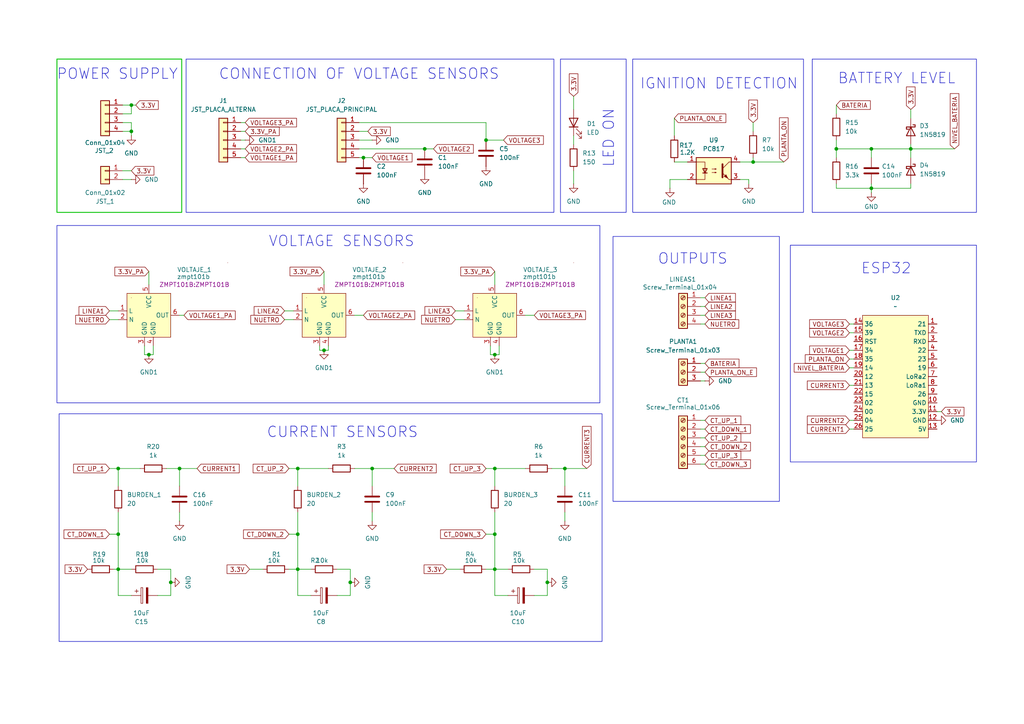
<source format=kicad_sch>
(kicad_sch (version 20250114) (generator "eeschema") (generator_version "9.0")
  (paper "A4")
  (title_block (title "MONITOR") (rev "2") (company "EMASA"))
  (lib_symbols
    (symbol "Connector:Screw_Terminal_01x03" (pin_names (offset 1.016) (hide yes))
      (property "Reference" "J" (at 0 5.08 0))
      (property "Value" "Screw_Terminal_01x03" (at 0 -5.08 0))
      (symbol "Screw_Terminal_01x03_1_1"
        (rectangle (start -1.27 3.81) (end 1.27 -3.81) (stroke (width 0.254)) (fill (type background)))
        (polyline (pts (xy -0.5334 2.8702) (xy 0.3302 2.032)) (stroke (width 0.1524)))
        (polyline (pts (xy -0.5334 0.3302) (xy 0.3302 -0.508)) (stroke (width 0.1524)))
        (polyline (pts (xy -0.5334 -2.2098) (xy 0.3302 -3.048)) (stroke (width 0.1524)))
        (polyline (pts (xy -0.3556 3.048) (xy 0.508 2.2098)) (stroke (width 0.1524)))
        (polyline (pts (xy -0.3556 0.508) (xy 0.508 -0.3302)) (stroke (width 0.1524)))
        (polyline (pts (xy -0.3556 -2.032) (xy 0.508 -2.8702)) (stroke (width 0.1524)))
        (circle (center 0 2.54) (radius 0.635) (stroke (width 0.1524)))
        (circle (center 0 0) (radius 0.635) (stroke (width 0.1524)))
        (circle (center 0 -2.54) (radius 0.635) (stroke (width 0.1524)))
        (pin passive line (at -5.08 2.54 0) (length 3.81) (name "Pin_1") (number "1"))
        (pin passive line (at -5.08 0 0) (length 3.81) (name "Pin_2") (number "2"))
        (pin passive line (at -5.08 -2.54 0) (length 3.81) (name "Pin_3") (number "3"))
      )
    )
    (symbol "Connector:Screw_Terminal_01x04" (pin_names (offset 1.016) (hide yes))
      (property "Reference" "J" (at 0 5.08 0))
      (property "Value" "Screw_Terminal_01x04" (at 0 -7.62 0))
      (symbol "Screw_Terminal_01x04_1_1"
        (rectangle (start -1.27 3.81) (end 1.27 -6.35) (stroke (width 0.254)) (fill (type background)))
        (polyline (pts (xy -0.5334 2.8702) (xy 0.3302 2.032)) (stroke (width 0.1524)))
        (polyline (pts (xy -0.5334 0.3302) (xy 0.3302 -0.508)) (stroke (width 0.1524)))
        (polyline (pts (xy -0.5334 -2.2098) (xy 0.3302 -3.048)) (stroke (width 0.1524)))
        (polyline (pts (xy -0.5334 -4.7498) (xy 0.3302 -5.588)) (stroke (width 0.1524)))
        (polyline (pts (xy -0.3556 3.048) (xy 0.508 2.2098)) (stroke (width 0.1524)))
        (polyline (pts (xy -0.3556 0.508) (xy 0.508 -0.3302)) (stroke (width 0.1524)))
        (polyline (pts (xy -0.3556 -2.032) (xy 0.508 -2.8702)) (stroke (width 0.1524)))
        (polyline (pts (xy -0.3556 -4.572) (xy 0.508 -5.4102)) (stroke (width 0.1524)))
        (circle (center 0 2.54) (radius 0.635) (stroke (width 0.1524)))
        (circle (center 0 0) (radius 0.635) (stroke (width 0.1524)))
        (circle (center 0 -2.54) (radius 0.635) (stroke (width 0.1524)))
        (circle (center 0 -5.08) (radius 0.635) (stroke (width 0.1524)))
        (pin passive line (at -5.08 2.54 0) (length 3.81) (name "Pin_1") (number "1"))
        (pin passive line (at -5.08 0 0) (length 3.81) (name "Pin_2") (number "2"))
        (pin passive line (at -5.08 -2.54 0) (length 3.81) (name "Pin_3") (number "3"))
        (pin passive line (at -5.08 -5.08 0) (length 3.81) (name "Pin_4") (number "4"))
      )
    )
    (symbol "Connector:Screw_Terminal_01x06" (pin_names (offset 1.016) (hide yes))
      (property "Reference" "J" (at 0 7.62 0))
      (property "Value" "Screw_Terminal_01x06" (at 0 -10.16 0))
      (symbol "Screw_Terminal_01x06_1_1"
        (rectangle (start -1.27 6.35) (end 1.27 -8.89) (stroke (width 0.254)) (fill (type background)))
        (polyline (pts (xy -0.5334 5.4102) (xy 0.3302 4.572)) (stroke (width 0.1524)))
        (polyline (pts (xy -0.5334 2.8702) (xy 0.3302 2.032)) (stroke (width 0.1524)))
        (polyline (pts (xy -0.5334 0.3302) (xy 0.3302 -0.508)) (stroke (width 0.1524)))
        (polyline (pts (xy -0.5334 -2.2098) (xy 0.3302 -3.048)) (stroke (width 0.1524)))
        (polyline (pts (xy -0.5334 -4.7498) (xy 0.3302 -5.588)) (stroke (width 0.1524)))
        (polyline (pts (xy -0.5334 -7.2898) (xy 0.3302 -8.128)) (stroke (width 0.1524)))
        (polyline (pts (xy -0.3556 5.588) (xy 0.508 4.7498)) (stroke (width 0.1524)))
        (polyline (pts (xy -0.3556 3.048) (xy 0.508 2.2098)) (stroke (width 0.1524)))
        (polyline (pts (xy -0.3556 0.508) (xy 0.508 -0.3302)) (stroke (width 0.1524)))
        (polyline (pts (xy -0.3556 -2.032) (xy 0.508 -2.8702)) (stroke (width 0.1524)))
        (polyline (pts (xy -0.3556 -4.572) (xy 0.508 -5.4102)) (stroke (width 0.1524)))
        (polyline (pts (xy -0.3556 -7.112) (xy 0.508 -7.9502)) (stroke (width 0.1524)))
        (circle (center 0 5.08) (radius 0.635) (stroke (width 0.1524)))
        (circle (center 0 2.54) (radius 0.635) (stroke (width 0.1524)))
        (circle (center 0 0) (radius 0.635) (stroke (width 0.1524)))
        (circle (center 0 -2.54) (radius 0.635) (stroke (width 0.1524)))
        (circle (center 0 -5.08) (radius 0.635) (stroke (width 0.1524)))
        (circle (center 0 -7.62) (radius 0.635) (stroke (width 0.1524)))
        (pin passive line (at -5.08 5.08 0) (length 3.81) (name "Pin_1") (number "1"))
        (pin passive line (at -5.08 2.54 0) (length 3.81) (name "Pin_2") (number "2"))
        (pin passive line (at -5.08 0 0) (length 3.81) (name "Pin_3") (number "3"))
        (pin passive line (at -5.08 -2.54 0) (length 3.81) (name "Pin_4") (number "4"))
        (pin passive line (at -5.08 -5.08 0) (length 3.81) (name "Pin_5") (number "5"))
        (pin passive line (at -5.08 -7.62 0) (length 3.81) (name "Pin_6") (number "6"))
      )
    )
    (symbol "Connector_Generic:Conn_01x02" (pin_names (offset 1.016) (hide yes))
      (property "Reference" "J" (at 0 2.54 0))
      (property "Value" "Conn_01x02" (at 0 -5.08 0))
      (symbol "Conn_01x02_1_1"
        (rectangle (start -1.27 1.27) (end 1.27 -3.81) (stroke (width 0.254)) (fill (type background)))
        (rectangle (start -1.27 0.127) (end 0 -0.127) (stroke (width 0.1524)))
        (rectangle (start -1.27 -2.413) (end 0 -2.667) (stroke (width 0.1524)))
        (pin passive line (at -5.08 0 0) (length 3.81) (name "Pin_1") (number "1"))
        (pin passive line (at -5.08 -2.54 0) (length 3.81) (name "Pin_2") (number "2"))
      )
    )
    (symbol "Connector_Generic:Conn_01x04" (pin_names (offset 1.016) (hide yes))
      (property "Reference" "J" (at 0 5.08 0))
      (property "Value" "Conn_01x04" (at 0 -7.62 0))
      (symbol "Conn_01x04_1_1"
        (rectangle (start -1.27 3.81) (end 1.27 -6.35) (stroke (width 0.254)) (fill (type background)))
        (rectangle (start -1.27 2.667) (end 0 2.413) (stroke (width 0.1524)))
        (rectangle (start -1.27 0.127) (end 0 -0.127) (stroke (width 0.1524)))
        (rectangle (start -1.27 -2.413) (end 0 -2.667) (stroke (width 0.1524)))
        (rectangle (start -1.27 -4.953) (end 0 -5.207) (stroke (width 0.1524)))
        (pin passive line (at -5.08 2.54 0) (length 3.81) (name "Pin_1") (number "1"))
        (pin passive line (at -5.08 0 0) (length 3.81) (name "Pin_2") (number "2"))
        (pin passive line (at -5.08 -2.54 0) (length 3.81) (name "Pin_3") (number "3"))
        (pin passive line (at -5.08 -5.08 0) (length 3.81) (name "Pin_4") (number "4"))
      )
    )
    (symbol "Connector_Generic:Conn_01x05" (pin_names (offset 1.016) (hide yes))
      (property "Reference" "J" (at 0 7.62 0))
      (property "Value" "Conn_01x05" (at 0 -7.62 0))
      (symbol "Conn_01x05_1_1"
        (rectangle (start -1.27 6.35) (end 1.27 -6.35) (stroke (width 0.254)) (fill (type background)))
        (rectangle (start -1.27 5.207) (end 0 4.953) (stroke (width 0.1524)))
        (rectangle (start -1.27 2.667) (end 0 2.413) (stroke (width 0.1524)))
        (rectangle (start -1.27 0.127) (end 0 -0.127) (stroke (width 0.1524)))
        (rectangle (start -1.27 -2.413) (end 0 -2.667) (stroke (width 0.1524)))
        (rectangle (start -1.27 -4.953) (end 0 -5.207) (stroke (width 0.1524)))
        (pin passive line (at -5.08 5.08 0) (length 3.81) (name "Pin_1") (number "1"))
        (pin passive line (at -5.08 2.54 0) (length 3.81) (name "Pin_2") (number "2"))
        (pin passive line (at -5.08 0 0) (length 3.81) (name "Pin_3") (number "3"))
        (pin passive line (at -5.08 -2.54 0) (length 3.81) (name "Pin_4") (number "4"))
        (pin passive line (at -5.08 -5.08 0) (length 3.81) (name "Pin_5") (number "5"))
      )
    )
    (symbol "Device:C" (pin_numbers (hide yes)) (pin_names (offset 0.254))
      (property "Reference" "C" (at 0.635 2.54 0))
      (property "Value" "C" (at 0.635 -2.54 0))
      (symbol "C_0_1"
        (polyline (pts (xy -2.032 0.762) (xy 2.032 0.762)) (stroke (width 0.508)))
        (polyline (pts (xy -2.032 -0.762) (xy 2.032 -0.762)) (stroke (width 0.508)))
      )
      (symbol "C_1_1"
        (pin passive line (at 0 3.81 270) (length 2.794) (name "~") (number "1"))
        (pin passive line (at 0 -3.81 90) (length 2.794) (name "~") (number "2"))
      )
    )
    (symbol "Device:C_Polarized" (pin_numbers (hide yes)) (pin_names (offset 0.254))
      (property "Reference" "C" (at 0.635 2.54 0))
      (property "Value" "C_Polarized" (at 0.635 -2.54 0))
      (symbol "C_Polarized_0_1"
        (rectangle (start -2.286 0.508) (end 2.286 1.016))
        (polyline (pts (xy -1.778 2.286) (xy -0.762 2.286)))
        (polyline (pts (xy -1.27 2.794) (xy -1.27 1.778)))
        (rectangle (start 2.286 -0.508) (end -2.286 -1.016) (fill (type outline)))
      )
      (symbol "C_Polarized_1_1"
        (pin passive line (at 0 3.81 270) (length 2.794) (name "~") (number "1"))
        (pin passive line (at 0 -3.81 90) (length 2.794) (name "~") (number "2"))
      )
    )
    (symbol "Device:LED" (pin_numbers (hide yes)) (pin_names (offset 1.016) (hide yes))
      (property "Reference" "D" (at 0 2.54 0))
      (property "Value" "LED" (at 0 -2.54 0))
      (symbol "LED_0_1"
        (polyline (pts (xy -3.048 -0.762) (xy -4.572 -2.286) (xy -3.81 -2.286) (xy -4.572 -2.286) (xy -4.572 -1.524)))
        (polyline (pts (xy -1.778 -0.762) (xy -3.302 -2.286) (xy -2.54 -2.286) (xy -3.302 -2.286) (xy -3.302 -1.524)))
        (polyline (pts (xy -1.27 0) (xy 1.27 0)))
        (polyline (pts (xy -1.27 -1.27) (xy -1.27 1.27)) (stroke (width 0.254)))
        (polyline (pts (xy 1.27 -1.27) (xy 1.27 1.27) (xy -1.27 0) (xy 1.27 -1.27)) (stroke (width 0.254)))
      )
      (symbol "LED_1_1"
        (pin passive line (at -3.81 0 0) (length 2.54) (name "K") (number "1"))
        (pin passive line (at 3.81 0 180) (length 2.54) (name "A") (number "2"))
      )
    )
    (symbol "Device:R" (pin_numbers (hide yes)) (pin_names (offset 0))
      (property "Reference" "R" (at 2.032 0 90))
      (property "Value" "R" (at 0 0 90))
      (symbol "R_0_1"
        (rectangle (start -1.016 -2.54) (end 1.016 2.54) (stroke (width 0.254)))
      )
      (symbol "R_1_1"
        (pin passive line (at 0 3.81 270) (length 1.27) (name "~") (number "1"))
        (pin passive line (at 0 -3.81 90) (length 1.27) (name "~") (number "2"))
      )
    )
    (symbol "Diode:1N5819" (pin_numbers (hide yes)) (pin_names (offset 1.016) (hide yes))
      (property "Reference" "D" (at 0 2.54 0))
      (property "Value" "1N5819" (at 0 -2.54 0))
      (symbol "1N5819_0_1"
        (polyline (pts (xy -1.905 0.635) (xy -1.905 1.27) (xy -1.27 1.27) (xy -1.27 -1.27) (xy -0.635 -1.27) (xy -0.635 -0.635)) (stroke (width 0.254)))
        (polyline (pts (xy 1.27 1.27) (xy 1.27 -1.27) (xy -1.27 0) (xy 1.27 1.27)) (stroke (width 0.254)))
        (polyline (pts (xy 1.27 0) (xy -1.27 0)))
      )
      (symbol "1N5819_1_1"
        (pin passive line (at -3.81 0 0) (length 2.54) (name "K") (number "1"))
        (pin passive line (at 3.81 0 180) (length 2.54) (name "A") (number "2"))
      )
    )
    (symbol "Isolator:PC817" (pin_names (offset 1.016))
      (property "Reference" "U" (at -5.08 5.08 0))
      (property "Value" "PC817" (at 0 5.08 0))
      (symbol "PC817_0_1"
        (rectangle (start -5.08 3.81) (end 5.08 -3.81) (stroke (width 0.254)) (fill (type background)))
        (polyline (pts (xy -5.08 2.54) (xy -2.54 2.54) (xy -2.54 -0.635)))
        (polyline (pts (xy -3.175 -0.635) (xy -1.905 -0.635)) (stroke (width 0.254)))
        (polyline (pts (xy -2.54 -0.635) (xy -2.54 -2.54) (xy -5.08 -2.54)))
        (polyline (pts (xy -2.54 -0.635) (xy -3.175 0.635) (xy -1.905 0.635) (xy -2.54 -0.635)) (stroke (width 0.254)))
        (polyline (pts (xy -0.508 0.508) (xy 0.762 0.508) (xy 0.381 0.381) (xy 0.381 0.635) (xy 0.762 0.508)))
        (polyline (pts (xy -0.508 -0.508) (xy 0.762 -0.508) (xy 0.381 -0.635) (xy 0.381 -0.381) (xy 0.762 -0.508)))
        (polyline (pts (xy 2.54 1.905) (xy 2.54 -1.905)) (stroke (width 0.508)))
        (polyline (pts (xy 2.54 0.635) (xy 4.445 2.54)))
        (polyline (pts (xy 3.048 -1.651) (xy 3.556 -1.143) (xy 4.064 -2.159) (xy 3.048 -1.651)) (fill (type outline)))
        (polyline (pts (xy 4.445 2.54) (xy 5.08 2.54)))
        (polyline (pts (xy 4.445 -2.54) (xy 2.54 -0.635)) (fill (type outline)))
        (polyline (pts (xy 4.445 -2.54) (xy 5.08 -2.54)))
      )
      (symbol "PC817_1_1"
        (pin passive line (at -7.62 2.54 0) (length 2.54) (name "~") (number "1"))
        (pin passive line (at -7.62 -2.54 0) (length 2.54) (name "~") (number "2"))
        (pin passive line (at 7.62 2.54 180) (length 2.54) (name "~") (number "4"))
        (pin passive line (at 7.62 -2.54 180) (length 2.54) (name "~") (number "3"))
      )
    )
    (symbol "holag:ttgo_lora_32_V2.1"
      (property "Reference" "U" (at 0 0 0))
      (symbol "ttgo_lora_32_V2.1_1_1"
        (rectangle (start -17.78 0) (end 1.27 -35.56) (fill (type background)))
        (pin input line (at -20.32 -2.54 0) (length 2.54) (name "36") (number "14"))
        (pin input line (at -20.32 -5.08 0) (length 2.54) (name "39") (number "15"))
        (pin input line (at -20.32 -7.62 0) (length 2.54) (name "RST") (number "16"))
        (pin input line (at -20.32 -10.16 0) (length 2.54) (name "34") (number "17"))
        (pin input line (at -20.32 -12.7 0) (length 2.54) (name "35") (number "18"))
        (pin input line (at -20.32 -15.24 0) (length 2.54) (name "14") (number "19"))
        (pin input line (at -20.32 -17.78 0) (length 2.54) (name "12") (number "20"))
        (pin input line (at -20.32 -20.32 0) (length 2.54) (name "13") (number "21"))
        (pin input line (at -20.32 -22.86 0) (length 2.54) (name "15") (number "22"))
        (pin input line (at -20.32 -25.4 0) (length 2.54) (name "02") (number "23"))
        (pin input line (at -20.32 -27.94 0) (length 2.54) (name "00") (number "24"))
        (pin input line (at -20.32 -30.48 0) (length 2.54) (name "04") (number "25"))
        (pin input line (at -20.32 -33.02 0) (length 2.54) (name "25") (number "26"))
        (pin input line (at 3.81 -2.54 180) (length 2.54) (name "21") (number "1"))
        (pin input line (at 3.81 -5.08 180) (length 2.54) (name "TXD") (number "2"))
        (pin input line (at 3.81 -7.62 180) (length 2.54) (name "RXD") (number "3"))
        (pin input line (at 3.81 -10.16 180) (length 2.54) (name "22") (number "4"))
        (pin input line (at 3.81 -12.7 180) (length 2.54) (name "23") (number "5"))
        (pin input line (at 3.81 -15.24 180) (length 2.54) (name "19") (number "6"))
        (pin input line (at 3.81 -17.78 180) (length 2.54) (name "LoRa2") (number "7"))
        (pin input line (at 3.81 -20.32 180) (length 2.54) (name "LoRa1") (number "8"))
        (pin input line (at 3.81 -22.86 180) (length 2.54) (name "26") (number "9"))
        (pin input line (at 3.81 -25.4 180) (length 2.54) (name "GND") (number "10"))
        (pin input line (at 3.81 -27.94 180) (length 2.54) (name "3.3V") (number "11"))
        (pin input line (at 3.81 -30.48 180) (length 2.54) (name "GND") (number "12"))
        (pin input line (at 3.81 -33.02 180) (length 2.54) (name "5V") (number "13"))
      )
    )
    (symbol "holag:zmpt101b"
      (property "Reference" "U" (at 4.445 -8.255 0))
      (property "Value" "zmpt101b" (at 10.16 -8.255 0))
      (property "Footprint" "ZMPT101B:ZMPT101B" (at 2.54 0 0))
      (symbol "zmpt101b_0_1"
        (rectangle (start -6.35 6.35) (end 6.35 -6.35) (fill (type background)))
        (rectangle (start -5.08 5.08) (end -5.08 5.08))
        (rectangle (start 22.86 15.24) (end 22.86 15.24))
      )
      (symbol "zmpt101b_1_1"
        (pin input line (at -8.89 1.27 0) (length 2.54) (name "L") (number "1"))
        (pin input line (at -8.89 -1.27 0) (length 2.54) (name "N") (number "2"))
        (pin input line (at -1.27 -8.89 90) (length 2.54) (name "GND") (number "3"))
        (pin input line (at 0 8.89 270) (length 2.54) (name "VCC") (number "5"))
        (pin input line (at 1.27 -8.89 90) (length 2.54) (name "GND") (number "4"))
        (pin input line (at 8.89 0 180) (length 2.54) (name "OUT") (number "6"))
      )
    )
    (symbol "power:GND" (power) (pin_numbers (hide yes)) (pin_names (offset 0) (hide yes))
      (property "Value" "GND" (at 0 -3.81 0))
      (symbol "GND_0_1"
        (polyline (pts (xy 0 0) (xy 0 -1.27) (xy 1.27 -1.27) (xy 0 -2.54) (xy -1.27 -1.27) (xy 0 -1.27)))
      )
      (symbol "GND_1_1"
        (pin power_in line (at 0 0 270) (length 0) (name "~") (number "1"))
      )
    )
    (symbol "power:GND1" (power) (pin_numbers (hide yes)) (pin_names (offset 0) (hide yes))
      (property "Value" "GND1" (at 0 -3.81 0))
      (symbol "GND1_0_1"
        (polyline (pts (xy 0 0) (xy 0 -1.27) (xy 1.27 -1.27) (xy 0 -2.54) (xy -1.27 -1.27) (xy 0 -1.27)))
      )
      (symbol "GND1_1_1"
        (pin power_in line (at 0 0 270) (length 0) (name "~") (number "1"))
      )
    )
  )
  (rectangle (start 235.585 17.145) (end 283.21 61.595))
  (rectangle (start 177.8 68.58) (end 226.06 145.415))
  (rectangle (start 162.56 17.145) (end 181.61 61.595))
  (rectangle (start 183.515 17.145) (end 233.045 61.595))
  (rectangle (start 229.235 71.12) (end 283.21 133.985))
  (rectangle (start 16.51 17.145) (end 52.705 61.595) (stroke (width 0.254) (color 0 194 0 1)))
  (rectangle (start 16.51 65.405) (end 173.99 116.84))
  (rectangle (start 53.975 17.145) (end 160.655 61.595))
  (rectangle (start 17.145 120.015) (end 174.625 186.055))
  (text "ESP32" (at 257.048 77.978 0) (effects (font (size 3.048 3.048))))
  (text "LED ON" (at 176.53 40.132 90) (effects (font (size 3.048 3.048))))
  (text "CURRENT SENSORS" (at 99.314 125.476 0) (effects (font (size 3.048 3.048))))
  (text "VOLTAGE SENSORS" (at 99.06 70.104 0) (effects (font (size 3.048 3.048))))
  (text "IGNITION DETECTION" (at 208.534 24.384 0) (effects (font (size 3.048 3.048))))
  (text "OUTPUTS" (at 200.914 75.184 0) (effects (font (size 3.048 3.048))))
  (text "CONNECTION OF VOLTAGE SENSORS" (at 104.14 21.59 0) (effects (font (size 3.048 3.048))))
  (text "BATTERY LEVEL" (at 260.096 22.86 0) (effects (font (size 3.048 3.048))))
  (text "POWER SUPPLY" (at 34.036 21.59 0) (effects (font (size 3.048 3.048))))
  (junction (at 34.29 165.1))
  (junction (at 101.6 168.91))
  (junction (at 143.51 102.87))
  (junction (at 38.1 30.48))
  (junction (at 163.83 135.89))
  (junction (at 34.29 154.94))
  (junction (at 52.07 135.89))
  (junction (at 264.16 43.18))
  (junction (at 86.36 135.89))
  (junction (at 105.41 45.72))
  (junction (at 143.51 165.1))
  (junction (at 140.97 40.64))
  (junction (at 86.36 154.94))
  (junction (at 93.98 101.6))
  (junction (at 252.73 43.18))
  (junction (at 242.57 43.18))
  (junction (at 49.53 168.91))
  (junction (at 252.73 54.61))
  (junction (at 158.75 168.91))
  (junction (at 143.51 154.94))
  (junction (at 86.36 165.1))
  (junction (at 218.44 46.99))
  (junction (at 143.51 135.89))
  (junction (at 107.95 135.89))
  (junction (at 38.1 38.1))
  (junction (at 123.19 43.18))
  (junction (at 34.29 135.89))
  (junction (at 43.18 102.87))
  (wire (pts (xy 163.83 135.89) (xy 170.18 135.89)))
  (wire (pts (xy 92.71 101.6) (xy 93.98 101.6)))
  (wire (pts (xy 83.82 154.94) (xy 86.36 154.94)))
  (wire (pts (xy 154.94 172.72) (xy 158.75 172.72)))
  (wire (pts (xy 52.07 91.44) (xy 53.34 91.44)))
  (wire (pts (xy 35.56 52.07) (xy 38.1 52.07)))
  (wire (pts (xy 104.14 35.56) (xy 140.97 35.56)))
  (wire (pts (xy 104.14 45.72) (xy 105.41 45.72)))
  (wire (pts (xy 203.2 124.46) (xy 204.47 124.46)))
  (wire (pts (xy 35.56 38.1) (xy 38.1 38.1)))
  (wire (pts (xy 86.36 154.94) (xy 86.36 165.1)))
  (wire (pts (xy 140.97 165.1) (xy 143.51 165.1)))
  (wire (pts (xy 34.29 154.94) (xy 34.29 165.1)))
  (wire (pts (xy 69.85 40.64) (xy 71.12 40.64)))
  (wire (pts (xy 93.98 78.74) (xy 93.98 82.55)))
  (wire (pts (xy 203.2 88.9) (xy 204.47 88.9)))
  (wire (pts (xy 69.85 45.72) (xy 71.12 45.72)))
  (wire (pts (xy 102.87 135.89) (xy 107.95 135.89)))
  (wire (pts (xy 143.51 154.94) (xy 143.51 165.1)))
  (wire (pts (xy 143.51 148.59) (xy 143.51 154.94)))
  (wire (pts (xy 143.51 78.74) (xy 143.51 82.55)))
  (wire (pts (xy 142.24 100.33) (xy 142.24 102.87)))
  (wire (pts (xy 86.36 172.72) (xy 90.17 172.72)))
  (wire (pts (xy 203.2 132.08) (xy 204.47 132.08)))
  (wire (pts (xy 142.24 102.87) (xy 143.51 102.87)))
  (wire (pts (xy 95.25 100.33) (xy 95.25 101.6)))
  (wire (pts (xy 52.07 148.59) (xy 52.07 151.13)))
  (wire (pts (xy 143.51 140.97) (xy 143.51 135.89)))
  (wire (pts (xy 38.1 38.1) (xy 38.1 39.37)))
  (wire (pts (xy 246.38 93.98) (xy 247.65 93.98)))
  (wire (pts (xy 217.17 53.34) (xy 217.17 52.07)))
  (wire (pts (xy 143.51 135.89) (xy 152.4 135.89)))
  (wire (pts (xy 86.36 148.59) (xy 86.36 154.94)))
  (wire (pts (xy 218.44 35.56) (xy 218.44 38.1)))
  (wire (pts (xy 203.2 127) (xy 204.47 127)))
  (wire (pts (xy 34.29 148.59) (xy 34.29 154.94)))
  (wire (pts (xy 242.57 54.61) (xy 252.73 54.61)))
  (wire (pts (xy 203.2 134.62) (xy 204.47 134.62)))
  (wire (pts (xy 104.14 40.64) (xy 107.95 40.64)))
  (wire (pts (xy 132.08 92.71) (xy 134.62 92.71)))
  (wire (pts (xy 246.38 104.14) (xy 247.65 104.14)))
  (wire (pts (xy 38.1 30.48) (xy 39.37 30.48)))
  (wire (pts (xy 82.55 92.71) (xy 85.09 92.71)))
  (wire (pts (xy 203.2 105.41) (xy 204.47 105.41)))
  (wire (pts (xy 86.36 135.89) (xy 83.82 135.89)))
  (wire (pts (xy 194.31 52.07) (xy 199.39 52.07)))
  (wire (pts (xy 38.1 35.56) (xy 38.1 38.1)))
  (wire (pts (xy 166.37 53.34) (xy 166.37 49.53)))
  (wire (pts (xy 163.83 135.89) (xy 163.83 140.97)))
  (wire (pts (xy 34.29 135.89) (xy 40.64 135.89)))
  (wire (pts (xy 194.31 54.61) (xy 194.31 52.07)))
  (wire (pts (xy 72.39 165.1) (xy 76.2 165.1)))
  (wire (pts (xy 31.75 92.71) (xy 34.29 92.71)))
  (wire (pts (xy 52.07 135.89) (xy 57.15 135.89)))
  (wire (pts (xy 69.85 43.18) (xy 71.12 43.18)))
  (wire (pts (xy 34.29 165.1) (xy 38.1 165.1)))
  (wire (pts (xy 86.36 165.1) (xy 90.17 165.1)))
  (wire (pts (xy 152.4 91.44) (xy 154.94 91.44)))
  (wire (pts (xy 107.95 148.59) (xy 107.95 151.13)))
  (wire (pts (xy 252.73 54.61) (xy 252.73 55.88)))
  (wire (pts (xy 97.79 172.72) (xy 101.6 172.72)))
  (wire (pts (xy 203.2 110.49) (xy 204.47 110.49)))
  (wire (pts (xy 158.75 165.1) (xy 154.94 165.1)))
  (wire (pts (xy 34.29 135.89) (xy 31.75 135.89)))
  (wire (pts (xy 86.36 140.97) (xy 86.36 135.89)))
  (wire (pts (xy 246.38 101.6) (xy 247.65 101.6)))
  (wire (pts (xy 140.97 40.64) (xy 146.05 40.64)))
  (wire (pts (xy 43.18 78.74) (xy 43.18 82.55)))
  (wire (pts (xy 35.56 35.56) (xy 38.1 35.56)))
  (wire (pts (xy 143.51 165.1) (xy 143.51 172.72)))
  (wire (pts (xy 69.85 38.1) (xy 71.12 38.1)))
  (wire (pts (xy 246.38 106.68) (xy 247.65 106.68)))
  (wire (pts (xy 52.07 135.89) (xy 52.07 140.97)))
  (wire (pts (xy 31.75 90.17) (xy 34.29 90.17)))
  (wire (pts (xy 34.29 140.97) (xy 34.29 135.89)))
  (wire (pts (xy 82.55 90.17) (xy 85.09 90.17)))
  (wire (pts (xy 203.2 107.95) (xy 204.47 107.95)))
  (wire (pts (xy 218.44 45.72) (xy 218.44 46.99)))
  (wire (pts (xy 48.26 135.89) (xy 52.07 135.89)))
  (wire (pts (xy 101.6 165.1) (xy 97.79 165.1)))
  (wire (pts (xy 264.16 53.34) (xy 264.16 54.61)))
  (wire (pts (xy 242.57 30.48) (xy 242.57 33.02)))
  (wire (pts (xy 140.97 35.56) (xy 140.97 40.64)))
  (wire (pts (xy 45.72 172.72) (xy 49.53 172.72)))
  (wire (pts (xy 35.56 49.53) (xy 38.1 49.53)))
  (wire (pts (xy 69.85 35.56) (xy 71.12 35.56)))
  (wire (pts (xy 107.95 135.89) (xy 114.3 135.89)))
  (wire (pts (xy 31.75 154.94) (xy 34.29 154.94)))
  (wire (pts (xy 203.2 121.92) (xy 204.47 121.92)))
  (wire (pts (xy 86.36 165.1) (xy 86.36 172.72)))
  (wire (pts (xy 271.78 119.38) (xy 273.05 119.38)))
  (wire (pts (xy 101.6 165.1) (xy 101.6 168.91)))
  (wire (pts (xy 123.19 43.18) (xy 125.73 43.18)))
  (wire (pts (xy 264.16 41.91) (xy 264.16 43.18)))
  (wire (pts (xy 35.56 30.48) (xy 38.1 30.48)))
  (wire (pts (xy 86.36 135.89) (xy 95.25 135.89)))
  (wire (pts (xy 195.58 46.99) (xy 199.39 46.99)))
  (wire (pts (xy 49.53 165.1) (xy 49.53 168.91)))
  (wire (pts (xy 43.18 102.87) (xy 44.45 102.87)))
  (wire (pts (xy 34.29 165.1) (xy 34.29 172.72)))
  (wire (pts (xy 166.37 27.94) (xy 166.37 31.75)))
  (wire (pts (xy 41.91 102.87) (xy 43.18 102.87)))
  (wire (pts (xy 143.51 172.72) (xy 147.32 172.72)))
  (wire (pts (xy 203.2 93.98) (xy 204.47 93.98)))
  (wire (pts (xy 242.57 53.34) (xy 242.57 54.61)))
  (wire (pts (xy 203.2 129.54) (xy 204.47 129.54)))
  (wire (pts (xy 203.2 91.44) (xy 204.47 91.44)))
  (wire (pts (xy 246.38 124.46) (xy 247.65 124.46)))
  (wire (pts (xy 107.95 135.89) (xy 107.95 140.97)))
  (wire (pts (xy 83.82 165.1) (xy 86.36 165.1)))
  (wire (pts (xy 101.6 168.91) (xy 101.6 172.72)))
  (wire (pts (xy 102.87 91.44) (xy 105.41 91.44)))
  (wire (pts (xy 132.08 90.17) (xy 134.62 90.17)))
  (wire (pts (xy 242.57 43.18) (xy 242.57 45.72)))
  (wire (pts (xy 246.38 121.92) (xy 247.65 121.92)))
  (wire (pts (xy 33.02 165.1) (xy 34.29 165.1)))
  (wire (pts (xy 252.73 45.72) (xy 252.73 43.18)))
  (wire (pts (xy 166.37 39.37) (xy 166.37 41.91)))
  (wire (pts (xy 252.73 43.18) (xy 242.57 43.18)))
  (wire (pts (xy 35.56 33.02) (xy 38.1 33.02)))
  (wire (pts (xy 105.41 45.72) (xy 107.95 45.72)))
  (wire (pts (xy 158.75 168.91) (xy 158.75 172.72)))
  (wire (pts (xy 214.63 52.07) (xy 217.17 52.07)))
  (wire (pts (xy 163.83 148.59) (xy 163.83 151.13)))
  (wire (pts (xy 49.53 165.1) (xy 45.72 165.1)))
  (wire (pts (xy 41.91 100.33) (xy 41.91 102.87)))
  (wire (pts (xy 104.14 43.18) (xy 123.19 43.18)))
  (wire (pts (xy 158.75 165.1) (xy 158.75 168.91)))
  (wire (pts (xy 195.58 34.29) (xy 195.58 39.37)))
  (wire (pts (xy 242.57 40.64) (xy 242.57 43.18)))
  (wire (pts (xy 49.53 168.91) (xy 49.53 172.72)))
  (wire (pts (xy 144.78 100.33) (xy 144.78 102.87)))
  (wire (pts (xy 252.73 54.61) (xy 264.16 54.61)))
  (wire (pts (xy 129.54 165.1) (xy 133.35 165.1)))
  (wire (pts (xy 34.29 172.72) (xy 38.1 172.72)))
  (wire (pts (xy 93.98 101.6) (xy 95.25 101.6)))
  (wire (pts (xy 252.73 53.34) (xy 252.73 54.61)))
  (wire (pts (xy 143.51 102.87) (xy 144.78 102.87)))
  (wire (pts (xy 203.2 86.36) (xy 204.47 86.36)))
  (wire (pts (xy 143.51 165.1) (xy 147.32 165.1)))
  (wire (pts (xy 246.38 111.76) (xy 247.65 111.76)))
  (wire (pts (xy 252.73 43.18) (xy 264.16 43.18)))
  (wire (pts (xy 104.14 38.1) (xy 106.68 38.1)))
  (wire (pts (xy 246.38 96.52) (xy 247.65 96.52)))
  (wire (pts (xy 140.97 154.94) (xy 143.51 154.94)))
  (wire (pts (xy 214.63 46.99) (xy 218.44 46.99)))
  (wire (pts (xy 160.02 135.89) (xy 163.83 135.89)))
  (wire (pts (xy 38.1 33.02) (xy 38.1 30.48)))
  (wire (pts (xy 264.16 31.75) (xy 264.16 34.29)))
  (wire (pts (xy 44.45 100.33) (xy 44.45 102.87)))
  (wire (pts (xy 264.16 43.18) (xy 264.16 45.72)))
  (wire (pts (xy 92.71 100.33) (xy 92.71 101.6)))
  (wire (pts (xy 264.16 43.18) (xy 276.86 43.18)))
  (wire (pts (xy 218.44 46.99) (xy 227.33 46.99)))
  (wire (pts (xy 143.51 135.89) (xy 140.97 135.89)))
  (global_label "VOLTAGE3" (shape input) (at 146.05 40.64 0) (property "Intersheetrefs" "${INTERSHEET_REFS}" (effects (hide yes))))
  (global_label "VOLTAGE2" (shape input) (at 125.73 43.18 0) (property "Intersheetrefs" "${INTERSHEET_REFS}" (effects (hide yes))))
  (global_label "CT_DOWN_3" (shape input) (at 140.97 154.94 180) (property "Intersheetrefs" "${INTERSHEET_REFS}" (effects (hide yes))))
  (global_label "CT_DOWN_3" (shape input) (at 204.47 134.62 0) (property "Intersheetrefs" "${INTERSHEET_REFS}" (effects (hide yes))))
  (global_label "LINEA3" (shape input) (at 204.47 91.44 0) (property "Intersheetrefs" "${INTERSHEET_REFS}" (effects (hide yes))))
  (global_label "NIVEL_BATERIA" (shape input) (at 276.86 43.18 90) (property "Intersheetrefs" "${INTERSHEET_REFS}" (effects (hide yes))))
  (global_label "3.3V_PA" (shape input) (at 71.12 38.1 0) (property "Intersheetrefs" "${INTERSHEET_REFS}" (effects (hide yes))))
  (global_label "CURRENT1" (shape input) (at 246.38 124.46 180) (property "Intersheetrefs" "${INTERSHEET_REFS}" (effects (hide yes))))
  (global_label "CURRENT3" (shape input) (at 170.18 135.89 90) (property "Intersheetrefs" "${INTERSHEET_REFS}" (effects (hide yes))))
  (global_label "LINEA1" (shape input) (at 31.75 90.17 180) (property "Intersheetrefs" "${INTERSHEET_REFS}" (effects (hide yes))))
  (global_label "NIVEL_BATERIA" (shape input) (at 246.38 106.68 180) (property "Intersheetrefs" "${INTERSHEET_REFS}" (effects (hide yes))))
  (global_label "3.3V_PA" (shape input) (at 43.18 78.74 180) (property "Intersheetrefs" "${INTERSHEET_REFS}" (effects (hide yes))))
  (global_label "3.3V" (shape input) (at 39.37 30.48 0) (property "Intersheetrefs" "${INTERSHEET_REFS}" (effects (hide yes))))
  (global_label "VOLTAGE2_PA" (shape input) (at 105.41 91.44 0) (property "Intersheetrefs" "${INTERSHEET_REFS}" (effects (hide yes))))
  (global_label "CURRENT2" (shape input) (at 114.3 135.89 0) (property "Intersheetrefs" "${INTERSHEET_REFS}" (effects (hide yes))))
  (global_label "PLANTA_ON" (shape input) (at 246.38 104.14 180) (property "Intersheetrefs" "${INTERSHEET_REFS}" (effects (hide yes))))
  (global_label "CURRENT2" (shape input) (at 246.38 121.92 180) (property "Intersheetrefs" "${INTERSHEET_REFS}" (effects (hide yes))))
  (global_label "3.3V" (shape input) (at 264.16 31.75 90) (property "Intersheetrefs" "${INTERSHEET_REFS}" (effects (hide yes))))
  (global_label "CT_DOWN_1" (shape input) (at 31.75 154.94 180) (property "Intersheetrefs" "${INTERSHEET_REFS}" (effects (hide yes))))
  (global_label "VOLTAGE1" (shape input) (at 107.95 45.72 0) (property "Intersheetrefs" "${INTERSHEET_REFS}" (effects (hide yes))))
  (global_label "BATERIA" (shape input) (at 204.47 105.41 0) (property "Intersheetrefs" "${INTERSHEET_REFS}" (effects (hide yes))))
  (global_label "LINEA2" (shape input) (at 204.47 88.9 0) (property "Intersheetrefs" "${INTERSHEET_REFS}" (effects (hide yes))))
  (global_label "NUETRO" (shape input) (at 82.55 92.71 180) (property "Intersheetrefs" "${INTERSHEET_REFS}" (effects (hide yes))))
  (global_label "VOLTAGE1" (shape input) (at 246.38 101.6 180) (property "Intersheetrefs" "${INTERSHEET_REFS}" (effects (hide yes))))
  (global_label "CT_DOWN_2" (shape input) (at 204.47 129.54 0) (property "Intersheetrefs" "${INTERSHEET_REFS}" (effects (hide yes))))
  (global_label "CT_DOWN_2" (shape input) (at 83.82 154.94 180) (property "Intersheetrefs" "${INTERSHEET_REFS}" (effects (hide yes))))
  (global_label "CURRENT1" (shape input) (at 57.15 135.89 0) (property "Intersheetrefs" "${INTERSHEET_REFS}" (effects (hide yes))))
  (global_label "VOLTAGE3_PA" (shape input) (at 71.12 35.56 0) (property "Intersheetrefs" "${INTERSHEET_REFS}" (effects (hide yes))))
  (global_label "CT_UP_2" (shape input) (at 83.82 135.89 180) (property "Intersheetrefs" "${INTERSHEET_REFS}" (effects (hide yes))))
  (global_label "3.3V" (shape input) (at 25.4 165.1 180) (property "Intersheetrefs" "${INTERSHEET_REFS}" (effects (hide yes))))
  (global_label "CURRENT3" (shape input) (at 246.38 111.76 180) (property "Intersheetrefs" "${INTERSHEET_REFS}" (effects (hide yes))))
  (global_label "3.3V_PA" (shape input) (at 93.98 78.74 180) (property "Intersheetrefs" "${INTERSHEET_REFS}" (effects (hide yes))))
  (global_label "LINEA1" (shape input) (at 204.47 86.36 0) (property "Intersheetrefs" "${INTERSHEET_REFS}" (effects (hide yes))))
  (global_label "BATERIA" (shape input) (at 242.57 30.48 0) (property "Intersheetrefs" "${INTERSHEET_REFS}" (effects (hide yes))))
  (global_label "CT_UP_3" (shape input) (at 204.47 132.08 0) (property "Intersheetrefs" "${INTERSHEET_REFS}" (effects (hide yes))))
  (global_label "NUETRO" (shape input) (at 31.75 92.71 180) (property "Intersheetrefs" "${INTERSHEET_REFS}" (effects (hide yes))))
  (global_label "3.3V" (shape input) (at 218.44 35.56 90) (property "Intersheetrefs" "${INTERSHEET_REFS}" (effects (hide yes))))
  (global_label "3.3V_PA" (shape input) (at 143.51 78.74 180) (property "Intersheetrefs" "${INTERSHEET_REFS}" (effects (hide yes))))
  (global_label "VOLTAGE1_PA" (shape input) (at 71.12 45.72 0) (property "Intersheetrefs" "${INTERSHEET_REFS}" (effects (hide yes))))
  (global_label "3.3V" (shape input) (at 166.37 27.94 90) (property "Intersheetrefs" "${INTERSHEET_REFS}" (effects (hide yes))))
  (global_label "3.3V" (shape input) (at 72.39 165.1 180) (property "Intersheetrefs" "${INTERSHEET_REFS}" (effects (hide yes))))
  (global_label "LINEA2" (shape input) (at 82.55 90.17 180) (property "Intersheetrefs" "${INTERSHEET_REFS}" (effects (hide yes))))
  (global_label "VOLTAGE2" (shape input) (at 246.38 96.52 180) (property "Intersheetrefs" "${INTERSHEET_REFS}" (effects (hide yes))))
  (global_label "VOLTAGE1_PA" (shape input) (at 53.34 91.44 0) (property "Intersheetrefs" "${INTERSHEET_REFS}" (effects (hide yes))))
  (global_label "CT_UP_2" (shape input) (at 204.47 127 0) (property "Intersheetrefs" "${INTERSHEET_REFS}" (effects (hide yes))))
  (global_label "LINEA3" (shape input) (at 132.08 90.17 180) (property "Intersheetrefs" "${INTERSHEET_REFS}" (effects (hide yes))))
  (global_label "3.3V" (shape input) (at 106.68 38.1 0) (property "Intersheetrefs" "${INTERSHEET_REFS}" (effects (hide yes))))
  (global_label "VOLTAGE3_PA" (shape input) (at 154.94 91.44 0) (property "Intersheetrefs" "${INTERSHEET_REFS}" (effects (hide yes))))
  (global_label "PLANTA_ON_E" (shape input) (at 195.58 34.29 0) (property "Intersheetrefs" "${INTERSHEET_REFS}" (effects (hide yes))))
  (global_label "PLANTA_ON" (shape input) (at 227.33 46.99 90) (property "Intersheetrefs" "${INTERSHEET_REFS}" (effects (hide yes))))
  (global_label "VOLTAGE2_PA" (shape input) (at 71.12 43.18 0) (property "Intersheetrefs" "${INTERSHEET_REFS}" (effects (hide yes))))
  (global_label "NUETRO" (shape input) (at 132.08 92.71 180) (property "Intersheetrefs" "${INTERSHEET_REFS}" (effects (hide yes))))
  (global_label "VOLTAGE3" (shape input) (at 246.38 93.98 180) (property "Intersheetrefs" "${INTERSHEET_REFS}" (effects (hide yes))))
  (global_label "NUETRO" (shape input) (at 204.47 93.98 0) (property "Intersheetrefs" "${INTERSHEET_REFS}" (effects (hide yes))))
  (global_label "3.3V" (shape input) (at 129.54 165.1 180) (property "Intersheetrefs" "${INTERSHEET_REFS}" (effects (hide yes))))
  (global_label "3.3V" (shape input) (at 273.05 119.38 0) (property "Intersheetrefs" "${INTERSHEET_REFS}" (effects (hide yes))))
  (global_label "3.3V" (shape input) (at 38.1 49.53 0) (property "Intersheetrefs" "${INTERSHEET_REFS}" (effects (hide yes))))
  (global_label "PLANTA_ON_E" (shape input) (at 204.47 107.95 0) (property "Intersheetrefs" "${INTERSHEET_REFS}" (effects (hide yes))))
  (global_label "CT_UP_3" (shape input) (at 140.97 135.89 180) (property "Intersheetrefs" "${INTERSHEET_REFS}" (effects (hide yes))))
  (global_label "CT_DOWN_1" (shape input) (at 204.47 124.46 0) (property "Intersheetrefs" "${INTERSHEET_REFS}" (effects (hide yes))))
  (global_label "CT_UP_1" (shape input) (at 204.47 121.92 0) (property "Intersheetrefs" "${INTERSHEET_REFS}" (effects (hide yes))))
  (global_label "CT_UP_1" (shape input) (at 31.75 135.89 180) (property "Intersheetrefs" "${INTERSHEET_REFS}" (effects (hide yes))))
  (symbol (lib_id "power:GND") (at 105.41 53.34 0) (unit 1)
    (property "Reference" "#PWR016" (effects (hide yes)))
    (property "Value" "GND" (at 105.41 58.42 0))
    (property "Description" "Power symbol creates a global label with name \"GND\" , ground" (effects (hide yes)))
  )
  (symbol (lib_id "power:GND") (at 271.78 121.92 90) (unit 1)
    (property "Reference" "#PWR020" (effects (hide yes)))
    (property "Value" "GND" (at 275.59 121.9199 90) (effects (justify right)))
    (property "Description" "Power symbol creates a global label with name \"GND\" , ground" (effects (hide yes)))
  )
  (symbol (lib_id "Connector:Screw_Terminal_01x04") (at 198.12 88.9 0) (mirror y) (unit 1)
    (property "Reference" "LINEAS1" (at 201.93 81.026 0) (effects (justify left)))
    (property "Value" "Screw_Terminal_01x04" (at 208.026 83.312 0) (effects (justify left)))
    (property "Footprint" "TerminalBlock_Phoenix:TerminalBlock_Phoenix_MKDS-1,5-4-5.08_1x04_P5.08mm_Horizontal" (effects (hide yes)))
    (property "Description" "Generic screw terminal, single row, 01x04, script generated (kicad-library-utils/schlib/autogen/connector/)" (effects (hide yes)))
  )
  (symbol (lib_id "power:GND") (at 123.19 50.8 0) (unit 1)
    (property "Reference" "#PWR015" (effects (hide yes)))
    (property "Value" "GND" (at 123.19 55.88 0))
    (property "Description" "Power symbol creates a global label with name \"GND\" , ground" (effects (hide yes)))
  )
  (symbol (lib_id "Connector_Generic:Conn_01x05") (at 99.06 40.64 0) (mirror y) (unit 1)
    (property "Reference" "J2" (at 99.06 29.21 0))
    (property "Value" "JST_PLACA_PRINCIPAL" (at 99.06 31.75 0))
    (property "Footprint" "Connector_JST:JST_XH_B5B-XH-A_1x05_P2.50mm_Vertical" (effects (hide yes)))
    (property "Description" "Generic connector, single row, 01x05, script generated (kicad-library-utils/schlib/autogen/connector/)" (effects (hide yes)))
  )
  (symbol (lib_id "Device:R") (at 29.21 165.1 270) (unit 1)
    (property "Reference" "R19" (at 30.734 160.782 90) (effects (justify right)))
    (property "Value" "10k" (at 30.4799 162.56 90) (effects (justify right)))
    (property "Footprint" "Resistor_THT:R_Axial_DIN0207_L6.3mm_D2.5mm_P7.62mm_Horizontal" (effects (hide yes)))
    (property "Description" "Resistor" (effects (hide yes)))
  )
  (symbol (lib_id "power:GND") (at 217.17 53.34 0) (unit 1)
    (property "Reference" "#PWR024" (effects (hide yes)))
    (property "Value" "GND" (at 217.17 58.42 0))
    (property "Description" "Power symbol creates a global label with name \"GND\" , ground" (effects (hide yes)))
  )
  (symbol (lib_id "holag:zmpt101b") (at 43.18 91.44 0) (unit 1)
    (property "Reference" "VOLTAJE_1" (at 56.388 78.232 0))
    (property "Value" "zmpt101b" (at 56.134 80.264 0))
    (property "Footprint" "ZMPT101B:ZMPT101B" (at 56.388 82.55 0))
  )
  (symbol (lib_id "Device:R") (at 195.58 43.18 0) (mirror y) (unit 1)
    (property "Reference" "R17" (at 200.914 42.164 0) (effects (justify left)))
    (property "Value" "1.2K" (at 201.676 44.196 0) (effects (justify left)))
    (property "Footprint" "Resistor_THT:R_Axial_DIN0207_L6.3mm_D2.5mm_P7.62mm_Horizontal" (effects (hide yes)))
    (property "Description" "Resistor" (effects (hide yes)))
  )
  (symbol (lib_id "holag:ttgo_lora_32_V2.1") (at 267.97 91.44 0) (unit 1)
    (property "Reference" "U2" (at 259.715 86.36 0))
    (property "Value" "~" (at 259.715 88.9 0))
    (property "Footprint" "ttgo_lora32:ttgo_lora32" (effects (hide yes)))
  )
  (symbol (lib_id "Device:C_Polarized") (at 151.13 172.72 90) (mirror x) (unit 1)
    (property "Reference" "C10" (at 150.241 180.34 90))
    (property "Value" "10uF" (at 150.241 177.8 90))
    (property "Footprint" "Capacitor_THT:CP_Radial_D5.0mm_P2.00mm" (effects (hide yes)))
    (property "Description" "Polarized capacitor" (effects (hide yes)))
  )
  (symbol (lib_id "power:GND1") (at 71.12 40.64 90) (unit 1)
    (property "Reference" "#PWR013" (effects (hide yes)))
    (property "Value" "GND1" (at 74.93 40.6399 90) (effects (justify right)))
    (property "Description" "Power symbol creates a global label with name \"GND1\" , ground" (effects (hide yes)))
  )
  (symbol (lib_id "Device:C") (at 123.19 46.99 0) (unit 1)
    (property "Reference" "C1" (at 127 45.7199 0) (effects (justify left)))
    (property "Value" "100nF" (at 127 48.2599 0) (effects (justify left)))
    (property "Footprint" "Capacitor_THT:C_Disc_D3.0mm_W1.6mm_P2.50mm" (effects (hide yes)))
    (property "Description" "Unpolarized capacitor" (effects (hide yes)))
  )
  (symbol (lib_id "Device:R") (at 93.98 165.1 270) (unit 1)
    (property "Reference" "R2" (at 92.7099 162.56 90) (effects (justify right)))
    (property "Value" "10k" (at 95.2499 162.56 90) (effects (justify right)))
    (property "Footprint" "Resistor_THT:R_Axial_DIN0207_L6.3mm_D2.5mm_P7.62mm_Horizontal" (effects (hide yes)))
    (property "Description" "Resistor" (effects (hide yes)))
  )
  (symbol (lib_id "power:GND") (at 107.95 151.13 0) (unit 1)
    (property "Reference" "#PWR010" (effects (hide yes)))
    (property "Value" "GND" (at 107.95 156.21 0))
    (property "Description" "Power symbol creates a global label with name \"GND\" , ground" (effects (hide yes)))
  )
  (symbol (lib_id "power:GND") (at 38.1 39.37 0) (unit 1)
    (property "Reference" "#PWR01" (effects (hide yes)))
    (property "Value" "GND" (at 38.1 44.45 0))
    (property "Description" "Power symbol creates a global label with name \"GND\" , ground" (effects (hide yes)))
  )
  (symbol (lib_id "Device:R") (at 156.21 135.89 90) (unit 1)
    (property "Reference" "R6" (at 156.21 129.54 90))
    (property "Value" "1k" (at 156.21 132.08 90))
    (property "Footprint" "Resistor_THT:R_Axial_DIN0207_L6.3mm_D2.5mm_P7.62mm_Horizontal" (effects (hide yes)))
    (property "Description" "Resistor" (effects (hide yes)))
  )
  (symbol (lib_id "Device:C") (at 163.83 144.78 180) (unit 1)
    (property "Reference" "C11" (at 167.64 143.5099 0) (effects (justify right)))
    (property "Value" "100nF" (at 167.64 146.0499 0) (effects (justify right)))
    (property "Footprint" "Capacitor_THT:C_Disc_D3.0mm_W1.6mm_P2.50mm" (effects (hide yes)))
    (property "Description" "Unpolarized capacitor" (effects (hide yes)))
  )
  (symbol (lib_id "Isolator:PC817") (at 207.01 49.53 0) (unit 1)
    (property "Reference" "U9" (at 207.01 40.64 0))
    (property "Value" "PC817" (at 207.01 43.18 0))
    (property "Footprint" "Package_DIP:DIP-4_W7.62mm_Socket_LongPads" (effects (hide yes)))
    (property "Datasheet" "http://www.soselectronic.cz/a_info/resource/d/pc817.pdf" (effects (hide yes)))
    (property "Description" "DC Optocoupler, Vce 35V, CTR 50-300%, DIP-4" (effects (hide yes)))
  )
  (symbol (lib_id "power:GND") (at 194.31 54.61 0) (unit 1)
    (property "Reference" "#PWR023" (effects (hide yes)))
    (property "Value" "GND" (at 194.056 58.674 0))
    (property "Description" "Power symbol creates a global label with name \"GND\" , ground" (effects (hide yes)))
  )
  (symbol (lib_id "power:GND") (at 52.07 151.13 0) (unit 1)
    (property "Reference" "#PWR026" (effects (hide yes)))
    (property "Value" "GND" (at 52.07 156.21 0))
    (property "Description" "Power symbol creates a global label with name \"GND\" , ground" (effects (hide yes)))
  )
  (symbol (lib_id "power:GND") (at 101.6 168.91 90) (unit 1)
    (property "Reference" "#PWR09" (effects (hide yes)))
    (property "Value" "GND" (at 106.68 168.91 0))
    (property "Description" "Power symbol creates a global label with name \"GND\" , ground" (effects (hide yes)))
  )
  (symbol (lib_id "Device:R") (at 137.16 165.1 270) (unit 1)
    (property "Reference" "R4" (at 137.668 160.782 90) (effects (justify right)))
    (property "Value" "10k" (at 138.4299 162.56 90) (effects (justify right)))
    (property "Footprint" "Resistor_THT:R_Axial_DIN0207_L6.3mm_D2.5mm_P7.62mm_Horizontal" (effects (hide yes)))
    (property "Description" "Resistor" (effects (hide yes)))
  )
  (symbol (lib_id "power:GND") (at 107.95 40.64 90) (unit 1)
    (property "Reference" "#PWR02" (effects (hide yes)))
    (property "Value" "GND" (at 111.76 40.6399 90) (effects (justify right)))
    (property "Description" "Power symbol creates a global label with name \"GND\" , ground" (effects (hide yes)))
  )
  (symbol (lib_id "power:GND") (at 204.47 110.49 90) (unit 1)
    (property "Reference" "#PWR014" (effects (hide yes)))
    (property "Value" "GND" (at 208.28 110.4899 90) (effects (justify right)))
    (property "Description" "Power symbol creates a global label with name \"GND\" , ground" (effects (hide yes)))
  )
  (symbol (lib_id "Device:R") (at 34.29 144.78 0) (unit 1)
    (property "Reference" "BURDEN_1" (at 36.83 143.5099 0) (effects (justify left)))
    (property "Value" "20" (at 36.83 146.0499 0) (effects (justify left)))
    (property "Footprint" "Resistor_THT:R_Axial_DIN0207_L6.3mm_D2.5mm_P7.62mm_Horizontal" (effects (hide yes)))
    (property "Description" "Resistor" (effects (hide yes)))
  )
  (symbol (lib_id "Device:C") (at 140.97 44.45 0) (unit 1)
    (property "Reference" "C5" (at 144.78 43.1799 0) (effects (justify left)))
    (property "Value" "100nF" (at 144.78 45.7199 0) (effects (justify left)))
    (property "Footprint" "Capacitor_THT:C_Disc_D3.0mm_W1.6mm_P2.50mm" (effects (hide yes)))
    (property "Description" "Unpolarized capacitor" (effects (hide yes)))
  )
  (symbol (lib_id "power:GND1") (at 93.98 101.6 0) (unit 1)
    (property "Reference" "#PWR07" (effects (hide yes)))
    (property "Value" "GND1" (at 93.98 106.68 0))
    (property "Description" "Power symbol creates a global label with name \"GND1\" , ground" (effects (hide yes)))
  )
  (symbol (lib_id "Device:C") (at 52.07 144.78 180) (unit 1)
    (property "Reference" "C16" (at 55.88 143.5099 0) (effects (justify right)))
    (property "Value" "100nF" (at 55.88 146.0499 0) (effects (justify right)))
    (property "Footprint" "Capacitor_THT:C_Disc_D3.0mm_W1.6mm_P2.50mm" (effects (hide yes)))
    (property "Description" "Unpolarized capacitor" (effects (hide yes)))
  )
  (symbol (lib_id "holag:zmpt101b") (at 93.98 91.44 0) (unit 1)
    (property "Reference" "VOLTAJE_2" (at 107.188 78.232 0))
    (property "Value" "zmpt101b" (at 106.934 80.264 0))
    (property "Footprint" "ZMPT101B:ZMPT101B" (at 107.188 82.55 0))
  )
  (symbol (lib_id "Connector:Screw_Terminal_01x06") (at 198.12 127 0) (mirror y) (unit 1)
    (property "Reference" "CT1" (at 198.12 116.078 0))
    (property "Value" "Screw_Terminal_01x06" (at 198.12 118.11 0))
    (property "Footprint" "TerminalBlock_Phoenix:TerminalBlock_Phoenix_MKDS-1,5-6-5.08_1x06_P5.08mm_Horizontal" (effects (hide yes)))
    (property "Description" "Generic screw terminal, single row, 01x06, script generated (kicad-library-utils/schlib/autogen/connector/)" (effects (hide yes)))
  )
  (symbol (lib_id "Diode:1N5819") (at 264.16 38.1 270) (unit 1)
    (property "Reference" "D3" (at 266.7 36.5124 90) (effects (justify left)))
    (property "Value" "1N5819" (at 266.7 39.0524 90) (effects (justify left)))
    (property "Footprint" "Diode_THT:D_DO-41_SOD81_P10.16mm_Horizontal" (effects (hide yes)))
    (property "Datasheet" "http://www.vishay.com/docs/88525/1n5817.pdf" (effects (hide yes)))
    (property "Description" "40V 1A Schottky Barrier Rectifier Diode, DO-41" (effects (hide yes)))
  )
  (symbol (lib_id "power:GND") (at 38.1 52.07 90) (unit 1)
    (property "Reference" "#PWR06" (effects (hide yes)))
    (property "Value" "GND" (at 41.91 52.0699 90) (effects (justify right)))
    (property "Description" "Power symbol creates a global label with name \"GND\" , ground" (effects (hide yes)))
  )
  (symbol (lib_id "Device:LED") (at 166.37 35.56 90) (unit 1)
    (property "Reference" "D1" (at 170.18 35.8774 90) (effects (justify right)))
    (property "Value" "LED" (at 170.18 38.4174 90) (effects (justify right)))
    (property "Footprint" "LED_THT:LED_D5.0mm" (effects (hide yes)))
    (property "Description" "Light emitting diode" (effects (hide yes)))
    (property "Sim.Pins" "1=K 2=A" (effects (hide yes)))
  )
  (symbol (lib_id "power:GND") (at 166.37 53.34 0) (unit 1)
    (property "Reference" "#PWR018" (effects (hide yes)))
    (property "Value" "GND" (at 166.37 58.42 0))
    (property "Description" "Power symbol creates a global label with name \"GND\" , ground" (effects (hide yes)))
  )
  (symbol (lib_id "Connector_Generic:Conn_01x04") (at 30.48 33.02 0) (mirror y) (unit 1)
    (property "Reference" "JST_2" (at 30.226 43.688 0))
    (property "Value" "Conn_01x04" (at 30.48 41.402 0))
    (property "Footprint" "Connector_JST:JST_XH_B4B-XH-A_1x04_P2.50mm_Vertical" (effects (hide yes)))
    (property "Description" "Generic connector, single row, 01x04, script generated (kicad-library-utils/schlib/autogen/connector/)" (effects (hide yes)))
  )
  (symbol (lib_id "Device:R") (at 41.91 165.1 270) (unit 1)
    (property "Reference" "R18" (at 43.18 160.782 90) (effects (justify right)))
    (property "Value" "10k" (at 43.1799 162.56 90) (effects (justify right)))
    (property "Footprint" "Resistor_THT:R_Axial_DIN0207_L6.3mm_D2.5mm_P7.62mm_Horizontal" (effects (hide yes)))
    (property "Description" "Resistor" (effects (hide yes)))
  )
  (symbol (lib_id "power:GND1") (at 143.51 102.87 0) (unit 1)
    (property "Reference" "#PWR05" (effects (hide yes)))
    (property "Value" "GND1" (at 143.51 107.95 0))
    (property "Description" "Power symbol creates a global label with name \"GND1\" , ground" (effects (hide yes)))
  )
  (symbol (lib_id "Diode:1N5819") (at 264.16 49.53 270) (unit 1)
    (property "Reference" "D4" (at 266.7 47.9424 90) (effects (justify left)))
    (property "Value" "1N5819" (at 266.7 50.4824 90) (effects (justify left)))
    (property "Footprint" "Diode_THT:D_DO-41_SOD81_P10.16mm_Horizontal" (effects (hide yes)))
    (property "Datasheet" "http://www.vishay.com/docs/88525/1n5817.pdf" (effects (hide yes)))
    (property "Description" "40V 1A Schottky Barrier Rectifier Diode, DO-41" (effects (hide yes)))
  )
  (symbol (lib_id "holag:zmpt101b") (at 143.51 91.44 0) (unit 1)
    (property "Reference" "VOLTAJE_3" (at 156.718 78.232 0))
    (property "Value" "zmpt101b" (at 156.464 80.264 0))
    (property "Footprint" "ZMPT101B:ZMPT101B" (at 156.718 82.55 0))
  )
  (symbol (lib_id "Connector_Generic:Conn_01x02") (at 30.48 49.53 0) (mirror y) (unit 1)
    (property "Reference" "JST_1" (at 30.48 58.42 0))
    (property "Value" "Conn_01x02" (at 30.48 55.88 0))
    (property "Footprint" "Connector_JST:JST_XH_B2B-XH-A_1x02_P2.50mm_Vertical" (effects (hide yes)))
    (property "Description" "Generic connector, single row, 01x02, script generated (kicad-library-utils/schlib/autogen/connector/)" (effects (hide yes)))
  )
  (symbol (lib_id "power:GND1") (at 43.18 102.87 0) (unit 1)
    (property "Reference" "#PWR03" (effects (hide yes)))
    (property "Value" "GND1" (at 43.18 107.95 0))
    (property "Description" "Power symbol creates a global label with name \"GND1\" , ground" (effects (hide yes)))
  )
  (symbol (lib_id "power:GND") (at 252.73 55.88 0) (unit 1)
    (property "Reference" "#PWR019" (effects (hide yes)))
    (property "Value" "GND" (at 252.73 59.944 0))
    (property "Description" "Power symbol creates a global label with name \"GND\" , ground" (effects (hide yes)))
  )
  (symbol (lib_id "power:GND") (at 49.53 168.91 90) (unit 1)
    (property "Reference" "#PWR025" (effects (hide yes)))
    (property "Value" "GND" (at 54.61 168.91 0))
    (property "Description" "Power symbol creates a global label with name \"GND\" , ground" (effects (hide yes)))
  )
  (symbol (lib_id "Device:R") (at 80.01 165.1 270) (unit 1)
    (property "Reference" "R1" (at 81.534 160.782 90) (effects (justify right)))
    (property "Value" "10k" (at 81.2799 162.56 90) (effects (justify right)))
    (property "Footprint" "Resistor_THT:R_Axial_DIN0207_L6.3mm_D2.5mm_P7.62mm_Horizontal" (effects (hide yes)))
    (property "Description" "Resistor" (effects (hide yes)))
  )
  (symbol (lib_id "Connector:Screw_Terminal_01x03") (at 198.12 107.95 0) (mirror y) (unit 1)
    (property "Reference" "PLANTA1" (at 198.12 99.06 0))
    (property "Value" "Screw_Terminal_01x03" (at 198.12 101.6 0))
    (property "Footprint" "TerminalBlock_Phoenix:TerminalBlock_Phoenix_MKDS-1,5-3-5.08_1x03_P5.08mm_Horizontal" (effects (hide yes)))
    (property "Description" "Generic screw terminal, single row, 01x03, script generated (kicad-library-utils/schlib/autogen/connector/)" (effects (hide yes)))
  )
  (symbol (lib_id "Device:R") (at 99.06 135.89 90) (unit 1)
    (property "Reference" "R3" (at 99.06 129.54 90))
    (property "Value" "1k" (at 99.06 132.08 90))
    (property "Footprint" "Resistor_THT:R_Axial_DIN0207_L6.3mm_D2.5mm_P7.62mm_Horizontal" (effects (hide yes)))
    (property "Description" "Resistor" (effects (hide yes)))
  )
  (symbol (lib_id "Device:R") (at 86.36 144.78 0) (unit 1)
    (property "Reference" "BURDEN_2" (at 88.9 143.5099 0) (effects (justify left)))
    (property "Value" "20" (at 88.9 146.0499 0) (effects (justify left)))
    (property "Footprint" "Resistor_THT:R_Axial_DIN0207_L6.3mm_D2.5mm_P7.62mm_Horizontal" (effects (hide yes)))
    (property "Description" "Resistor" (effects (hide yes)))
  )
  (symbol (lib_id "Connector_Generic:Conn_01x05") (at 64.77 40.64 0) (mirror y) (unit 1)
    (property "Reference" "J1" (at 64.77 29.21 0))
    (property "Value" "JST_PLACA_ALTERNA" (at 64.77 31.75 0))
    (property "Footprint" "Connector_JST:JST_XH_B5B-XH-A_1x05_P2.50mm_Vertical" (effects (hide yes)))
    (property "Description" "Generic connector, single row, 01x05, script generated (kicad-library-utils/schlib/autogen/connector/)" (effects (hide yes)))
  )
  (symbol (lib_id "power:GND") (at 140.97 48.26 0) (unit 1)
    (property "Reference" "#PWR04" (effects (hide yes)))
    (property "Value" "GND" (at 140.97 53.34 0))
    (property "Description" "Power symbol creates a global label with name \"GND\" , ground" (effects (hide yes)))
  )
  (symbol (lib_id "Device:C_Polarized") (at 41.91 172.72 90) (mirror x) (unit 1)
    (property "Reference" "C15" (at 41.021 180.34 90))
    (property "Value" "10uF" (at 41.021 177.8 90))
    (property "Footprint" "Capacitor_THT:CP_Radial_D5.0mm_P2.00mm" (effects (hide yes)))
    (property "Description" "Polarized capacitor" (effects (hide yes)))
  )
  (symbol (lib_id "Device:R") (at 166.37 45.72 180) (unit 1)
    (property "Reference" "R13" (at 168.91 44.4499 0) (effects (justify right)))
    (property "Value" "150" (at 168.91 46.9899 0) (effects (justify right)))
    (property "Footprint" "Resistor_THT:R_Axial_DIN0207_L6.3mm_D2.5mm_P7.62mm_Horizontal" (effects (hide yes)))
    (property "Description" "Resistor" (effects (hide yes)))
  )
  (symbol (lib_id "Device:R") (at 242.57 36.83 0) (unit 1)
    (property "Reference" "R15" (at 245.11 35.5599 0) (effects (justify left)))
    (property "Value" "10k" (at 245.11 38.0999 0) (effects (justify left)))
    (property "Footprint" "Resistor_THT:R_Axial_DIN0207_L6.3mm_D2.5mm_P7.62mm_Horizontal" (effects (hide yes)))
    (property "Description" "Resistor" (effects (hide yes)))
  )
  (symbol (lib_id "Device:C") (at 252.73 49.53 180) (unit 1)
    (property "Reference" "C14" (at 255.7515 48.2599 0) (effects (justify right)))
    (property "Value" "100nF" (at 255.7515 50.7999 0) (effects (justify right)))
    (property "Footprint" "Capacitor_THT:C_Disc_D3.0mm_W1.6mm_P2.50mm" (effects (hide yes)))
    (property "Description" "Unpolarized capacitor" (effects (hide yes)))
  )
  (symbol (lib_id "Device:R") (at 44.45 135.89 90) (unit 1)
    (property "Reference" "R20" (at 44.45 129.54 90))
    (property "Value" "1k" (at 44.45 132.08 90))
    (property "Footprint" "Resistor_THT:R_Axial_DIN0207_L6.3mm_D2.5mm_P7.62mm_Horizontal" (effects (hide yes)))
    (property "Description" "Resistor" (effects (hide yes)))
  )
  (symbol (lib_id "Device:C_Polarized") (at 93.98 172.72 90) (mirror x) (unit 1)
    (property "Reference" "C8" (at 93.091 180.34 90))
    (property "Value" "10uF" (at 93.091 177.8 90))
    (property "Footprint" "Capacitor_THT:CP_Radial_D5.0mm_P2.00mm" (effects (hide yes)))
    (property "Description" "Polarized capacitor" (effects (hide yes)))
  )
  (symbol (lib_id "Device:R") (at 143.51 144.78 0) (unit 1)
    (property "Reference" "BURDEN_3" (at 146.05 143.5099 0) (effects (justify left)))
    (property "Value" "20" (at 146.05 146.0499 0) (effects (justify left)))
    (property "Footprint" "Resistor_THT:R_Axial_DIN0207_L6.3mm_D2.5mm_P7.62mm_Horizontal" (effects (hide yes)))
    (property "Description" "Resistor" (effects (hide yes)))
  )
  (symbol (lib_id "power:GND") (at 158.75 168.91 90) (unit 1)
    (property "Reference" "#PWR011" (effects (hide yes)))
    (property "Value" "GND" (at 163.83 168.91 0))
    (property "Description" "Power symbol creates a global label with name \"GND\" , ground" (effects (hide yes)))
  )
  (symbol (lib_id "Device:C") (at 107.95 144.78 180) (unit 1)
    (property "Reference" "C9" (at 111.76 143.5099 0) (effects (justify right)))
    (property "Value" "100nF" (at 111.76 146.0499 0) (effects (justify right)))
    (property "Footprint" "Capacitor_THT:C_Disc_D3.0mm_W1.6mm_P2.50mm" (effects (hide yes)))
    (property "Description" "Unpolarized capacitor" (effects (hide yes)))
  )
  (symbol (lib_id "power:GND") (at 163.83 151.13 0) (unit 1)
    (property "Reference" "#PWR012" (effects (hide yes)))
    (property "Value" "GND" (at 163.83 156.21 0))
    (property "Description" "Power symbol creates a global label with name \"GND\" , ground" (effects (hide yes)))
  )
  (symbol (lib_id "Device:R") (at 218.44 41.91 180) (unit 1)
    (property "Reference" "R7" (at 220.98 40.6399 0) (effects (justify right)))
    (property "Value" "10k" (at 220.98 43.1799 0) (effects (justify right)))
    (property "Footprint" "Resistor_THT:R_Axial_DIN0207_L6.3mm_D2.5mm_P7.62mm_Horizontal" (effects (hide yes)))
    (property "Description" "Resistor" (effects (hide yes)))
  )
  (symbol (lib_id "Device:C") (at 105.41 49.53 0) (unit 1)
    (property "Reference" "C2" (at 109.22 48.2599 0) (effects (justify left)))
    (property "Value" "100nF" (at 109.22 50.7999 0) (effects (justify left)))
    (property "Footprint" "Capacitor_THT:C_Disc_D3.0mm_W1.6mm_P2.50mm" (effects (hide yes)))
    (property "Description" "Unpolarized capacitor" (effects (hide yes)))
  )
  (symbol (lib_id "Device:R") (at 242.57 49.53 0) (unit 1)
    (property "Reference" "R16" (at 245.11 48.2599 0) (effects (justify left)))
    (property "Value" "3.3k" (at 245.11 50.7999 0) (effects (justify left)))
    (property "Footprint" "Resistor_THT:R_Axial_DIN0207_L6.3mm_D2.5mm_P7.62mm_Horizontal" (effects (hide yes)))
    (property "Description" "Resistor" (effects (hide yes)))
  )
  (symbol (lib_id "Device:R") (at 151.13 165.1 270) (unit 1)
    (property "Reference" "R5" (at 151.384 160.782 90) (effects (justify right)))
    (property "Value" "10k" (at 152.3999 162.56 90) (effects (justify right)))
    (property "Footprint" "Resistor_THT:R_Axial_DIN0207_L6.3mm_D2.5mm_P7.62mm_Horizontal" (effects (hide yes)))
    (property "Description" "Resistor" (effects (hide yes)))
  )
)
</source>
